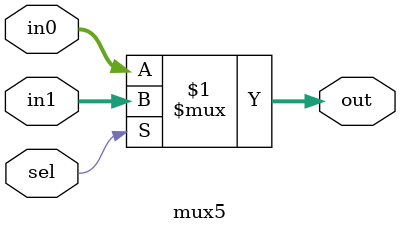
<source format=v>
module mux5(in0, in1, sel,out);
input [4:0] in0;
input [4:0] in1;
input sel;
output [4:0] out;

assign out = (sel)? in1:in0;

endmodule

</source>
